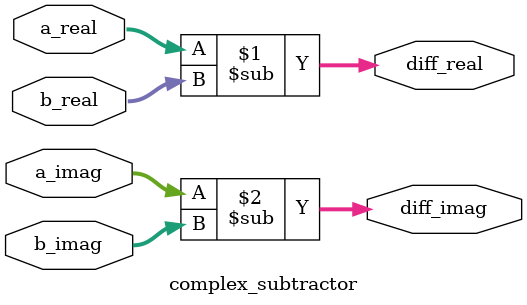
<source format=sv>
module complex_subtractor #(
    parameter DATA_WIDTH = 16
)(
    input signed [DATA_WIDTH-1:0]  a_real,    // Real part of first input
    input signed [DATA_WIDTH-1:0]  a_imag,    // Imaginary part of first input
    input signed [DATA_WIDTH-1:0]  b_real,    // Real part of second input
    input signed [DATA_WIDTH-1:0]  b_imag,    // Imaginary part of second input
    output signed [DATA_WIDTH-1:0] diff_real, // Real part of the difference
    output signed [DATA_WIDTH-1:0] diff_imag  // Imaginary part of the difference
);

    assign diff_real = a_real - b_real;
    assign diff_imag = a_imag - b_imag;

endmodule

</source>
